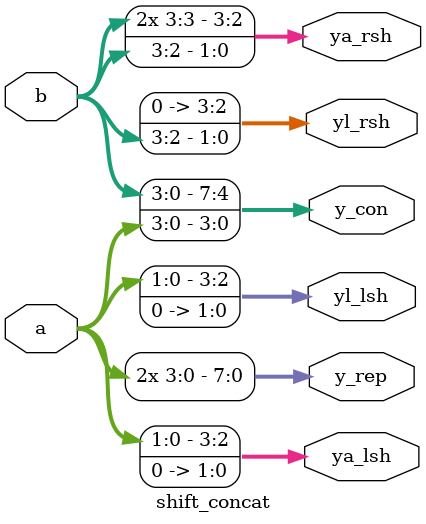
<source format=v>
module shift_concat(
  input signed [3:0] a, b,
  output reg [3:0] yl_lsh, ya_lsh, yl_rsh, ya_rsh,
  output reg [7:0] y_con, y_rep
);
  // <<, >> logical shift; >>>, <<< arithmetic shift
  always @(*) begin
    yl_lsh = a << 2;   // Logical left shift
    ya_lsh = a <<< 2;  // Arithmetic left shift
    yl_rsh = b >> 2;   // Logical right shift
    ya_rsh = b >>> 2;  // Arithmetic right shift

    // Concatenation
    y_con = {b, a};

    // Replication
    y_rep = {2{a}};
  end
endmodule

</source>
